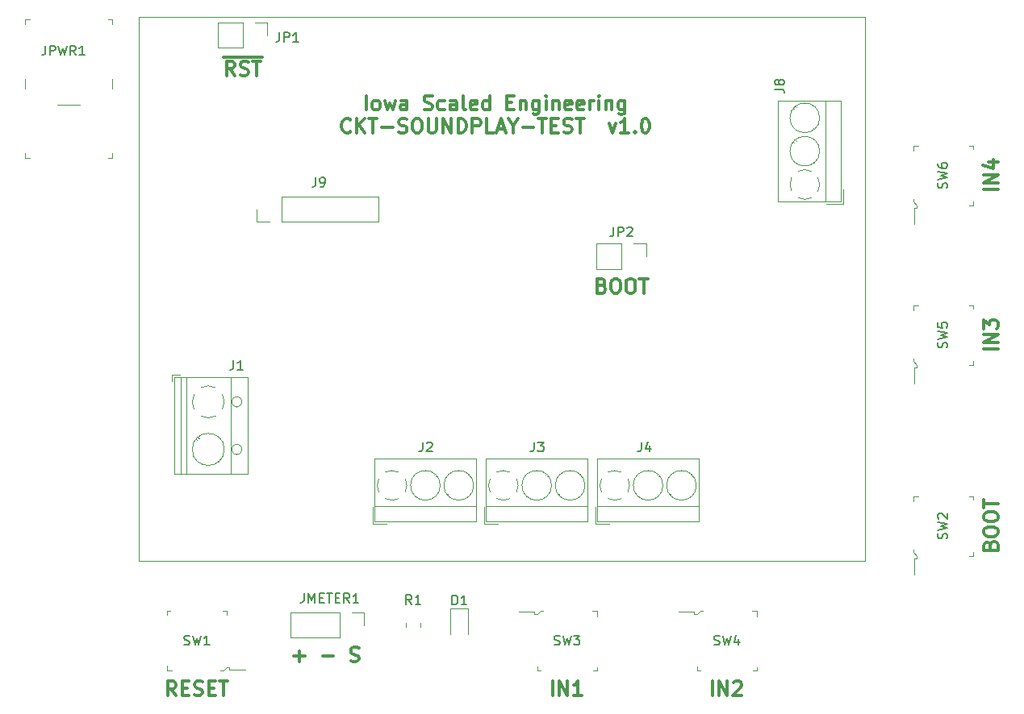
<source format=gto>
G04 #@! TF.GenerationSoftware,KiCad,Pcbnew,6.0.2+dfsg-1*
G04 #@! TF.CreationDate,2023-06-22T08:15:56-06:00*
G04 #@! TF.ProjectId,ckt-soundplay-test,636b742d-736f-4756-9e64-706c61792d74,rev?*
G04 #@! TF.SameCoordinates,Original*
G04 #@! TF.FileFunction,Legend,Top*
G04 #@! TF.FilePolarity,Positive*
%FSLAX46Y46*%
G04 Gerber Fmt 4.6, Leading zero omitted, Abs format (unit mm)*
G04 Created by KiCad (PCBNEW 6.0.2+dfsg-1) date 2023-06-22 08:15:56*
%MOMM*%
%LPD*%
G01*
G04 APERTURE LIST*
%ADD10C,0.100000*%
%ADD11C,0.300000*%
%ADD12C,0.150000*%
%ADD13C,0.120000*%
G04 APERTURE END LIST*
D10*
X101600000Y-44450000D02*
X177800000Y-44450000D01*
X177800000Y-44450000D02*
X177800000Y-101600000D01*
X177800000Y-101600000D02*
X101600000Y-101600000D01*
X101600000Y-101600000D02*
X101600000Y-44450000D01*
D11*
X150237285Y-72663857D02*
X150451571Y-72735285D01*
X150523000Y-72806714D01*
X150594428Y-72949571D01*
X150594428Y-73163857D01*
X150523000Y-73306714D01*
X150451571Y-73378142D01*
X150308714Y-73449571D01*
X149737285Y-73449571D01*
X149737285Y-71949571D01*
X150237285Y-71949571D01*
X150380142Y-72021000D01*
X150451571Y-72092428D01*
X150523000Y-72235285D01*
X150523000Y-72378142D01*
X150451571Y-72521000D01*
X150380142Y-72592428D01*
X150237285Y-72663857D01*
X149737285Y-72663857D01*
X151523000Y-71949571D02*
X151808714Y-71949571D01*
X151951571Y-72021000D01*
X152094428Y-72163857D01*
X152165857Y-72449571D01*
X152165857Y-72949571D01*
X152094428Y-73235285D01*
X151951571Y-73378142D01*
X151808714Y-73449571D01*
X151523000Y-73449571D01*
X151380142Y-73378142D01*
X151237285Y-73235285D01*
X151165857Y-72949571D01*
X151165857Y-72449571D01*
X151237285Y-72163857D01*
X151380142Y-72021000D01*
X151523000Y-71949571D01*
X153094428Y-71949571D02*
X153380142Y-71949571D01*
X153523000Y-72021000D01*
X153665857Y-72163857D01*
X153737285Y-72449571D01*
X153737285Y-72949571D01*
X153665857Y-73235285D01*
X153523000Y-73378142D01*
X153380142Y-73449571D01*
X153094428Y-73449571D01*
X152951571Y-73378142D01*
X152808714Y-73235285D01*
X152737285Y-72949571D01*
X152737285Y-72449571D01*
X152808714Y-72163857D01*
X152951571Y-72021000D01*
X153094428Y-71949571D01*
X154165857Y-71949571D02*
X155023000Y-71949571D01*
X154594428Y-73449571D02*
X154594428Y-71949571D01*
X145058000Y-115740571D02*
X145058000Y-114240571D01*
X145772285Y-115740571D02*
X145772285Y-114240571D01*
X146629428Y-115740571D01*
X146629428Y-114240571D01*
X148129428Y-115740571D02*
X147272285Y-115740571D01*
X147700857Y-115740571D02*
X147700857Y-114240571D01*
X147558000Y-114454857D01*
X147415142Y-114597714D01*
X147272285Y-114669142D01*
X191777571Y-62587000D02*
X190277571Y-62587000D01*
X191777571Y-61872714D02*
X190277571Y-61872714D01*
X191777571Y-61015571D01*
X190277571Y-61015571D01*
X190777571Y-59658428D02*
X191777571Y-59658428D01*
X190206142Y-60015571D02*
X191277571Y-60372714D01*
X191277571Y-59444142D01*
X125493571Y-54208071D02*
X125493571Y-52708071D01*
X126422142Y-54208071D02*
X126279285Y-54136642D01*
X126207857Y-54065214D01*
X126136428Y-53922357D01*
X126136428Y-53493785D01*
X126207857Y-53350928D01*
X126279285Y-53279500D01*
X126422142Y-53208071D01*
X126636428Y-53208071D01*
X126779285Y-53279500D01*
X126850714Y-53350928D01*
X126922142Y-53493785D01*
X126922142Y-53922357D01*
X126850714Y-54065214D01*
X126779285Y-54136642D01*
X126636428Y-54208071D01*
X126422142Y-54208071D01*
X127422142Y-53208071D02*
X127707857Y-54208071D01*
X127993571Y-53493785D01*
X128279285Y-54208071D01*
X128565000Y-53208071D01*
X129779285Y-54208071D02*
X129779285Y-53422357D01*
X129707857Y-53279500D01*
X129565000Y-53208071D01*
X129279285Y-53208071D01*
X129136428Y-53279500D01*
X129779285Y-54136642D02*
X129636428Y-54208071D01*
X129279285Y-54208071D01*
X129136428Y-54136642D01*
X129065000Y-53993785D01*
X129065000Y-53850928D01*
X129136428Y-53708071D01*
X129279285Y-53636642D01*
X129636428Y-53636642D01*
X129779285Y-53565214D01*
X131565000Y-54136642D02*
X131779285Y-54208071D01*
X132136428Y-54208071D01*
X132279285Y-54136642D01*
X132350714Y-54065214D01*
X132422142Y-53922357D01*
X132422142Y-53779500D01*
X132350714Y-53636642D01*
X132279285Y-53565214D01*
X132136428Y-53493785D01*
X131850714Y-53422357D01*
X131707857Y-53350928D01*
X131636428Y-53279500D01*
X131565000Y-53136642D01*
X131565000Y-52993785D01*
X131636428Y-52850928D01*
X131707857Y-52779500D01*
X131850714Y-52708071D01*
X132207857Y-52708071D01*
X132422142Y-52779500D01*
X133707857Y-54136642D02*
X133565000Y-54208071D01*
X133279285Y-54208071D01*
X133136428Y-54136642D01*
X133065000Y-54065214D01*
X132993571Y-53922357D01*
X132993571Y-53493785D01*
X133065000Y-53350928D01*
X133136428Y-53279500D01*
X133279285Y-53208071D01*
X133565000Y-53208071D01*
X133707857Y-53279500D01*
X134993571Y-54208071D02*
X134993571Y-53422357D01*
X134922142Y-53279500D01*
X134779285Y-53208071D01*
X134493571Y-53208071D01*
X134350714Y-53279500D01*
X134993571Y-54136642D02*
X134850714Y-54208071D01*
X134493571Y-54208071D01*
X134350714Y-54136642D01*
X134279285Y-53993785D01*
X134279285Y-53850928D01*
X134350714Y-53708071D01*
X134493571Y-53636642D01*
X134850714Y-53636642D01*
X134993571Y-53565214D01*
X135922142Y-54208071D02*
X135779285Y-54136642D01*
X135707857Y-53993785D01*
X135707857Y-52708071D01*
X137065000Y-54136642D02*
X136922142Y-54208071D01*
X136636428Y-54208071D01*
X136493571Y-54136642D01*
X136422142Y-53993785D01*
X136422142Y-53422357D01*
X136493571Y-53279500D01*
X136636428Y-53208071D01*
X136922142Y-53208071D01*
X137065000Y-53279500D01*
X137136428Y-53422357D01*
X137136428Y-53565214D01*
X136422142Y-53708071D01*
X138422142Y-54208071D02*
X138422142Y-52708071D01*
X138422142Y-54136642D02*
X138279285Y-54208071D01*
X137993571Y-54208071D01*
X137850714Y-54136642D01*
X137779285Y-54065214D01*
X137707857Y-53922357D01*
X137707857Y-53493785D01*
X137779285Y-53350928D01*
X137850714Y-53279500D01*
X137993571Y-53208071D01*
X138279285Y-53208071D01*
X138422142Y-53279500D01*
X140279285Y-53422357D02*
X140779285Y-53422357D01*
X140993571Y-54208071D02*
X140279285Y-54208071D01*
X140279285Y-52708071D01*
X140993571Y-52708071D01*
X141636428Y-53208071D02*
X141636428Y-54208071D01*
X141636428Y-53350928D02*
X141707857Y-53279500D01*
X141850714Y-53208071D01*
X142065000Y-53208071D01*
X142207857Y-53279500D01*
X142279285Y-53422357D01*
X142279285Y-54208071D01*
X143636428Y-53208071D02*
X143636428Y-54422357D01*
X143565000Y-54565214D01*
X143493571Y-54636642D01*
X143350714Y-54708071D01*
X143136428Y-54708071D01*
X142993571Y-54636642D01*
X143636428Y-54136642D02*
X143493571Y-54208071D01*
X143207857Y-54208071D01*
X143065000Y-54136642D01*
X142993571Y-54065214D01*
X142922142Y-53922357D01*
X142922142Y-53493785D01*
X142993571Y-53350928D01*
X143065000Y-53279500D01*
X143207857Y-53208071D01*
X143493571Y-53208071D01*
X143636428Y-53279500D01*
X144350714Y-54208071D02*
X144350714Y-53208071D01*
X144350714Y-52708071D02*
X144279285Y-52779500D01*
X144350714Y-52850928D01*
X144422142Y-52779500D01*
X144350714Y-52708071D01*
X144350714Y-52850928D01*
X145065000Y-53208071D02*
X145065000Y-54208071D01*
X145065000Y-53350928D02*
X145136428Y-53279500D01*
X145279285Y-53208071D01*
X145493571Y-53208071D01*
X145636428Y-53279500D01*
X145707857Y-53422357D01*
X145707857Y-54208071D01*
X146993571Y-54136642D02*
X146850714Y-54208071D01*
X146565000Y-54208071D01*
X146422142Y-54136642D01*
X146350714Y-53993785D01*
X146350714Y-53422357D01*
X146422142Y-53279500D01*
X146565000Y-53208071D01*
X146850714Y-53208071D01*
X146993571Y-53279500D01*
X147065000Y-53422357D01*
X147065000Y-53565214D01*
X146350714Y-53708071D01*
X148279285Y-54136642D02*
X148136428Y-54208071D01*
X147850714Y-54208071D01*
X147707857Y-54136642D01*
X147636428Y-53993785D01*
X147636428Y-53422357D01*
X147707857Y-53279500D01*
X147850714Y-53208071D01*
X148136428Y-53208071D01*
X148279285Y-53279500D01*
X148350714Y-53422357D01*
X148350714Y-53565214D01*
X147636428Y-53708071D01*
X148993571Y-54208071D02*
X148993571Y-53208071D01*
X148993571Y-53493785D02*
X149065000Y-53350928D01*
X149136428Y-53279500D01*
X149279285Y-53208071D01*
X149422142Y-53208071D01*
X149922142Y-54208071D02*
X149922142Y-53208071D01*
X149922142Y-52708071D02*
X149850714Y-52779500D01*
X149922142Y-52850928D01*
X149993571Y-52779500D01*
X149922142Y-52708071D01*
X149922142Y-52850928D01*
X150636428Y-53208071D02*
X150636428Y-54208071D01*
X150636428Y-53350928D02*
X150707857Y-53279500D01*
X150850714Y-53208071D01*
X151065000Y-53208071D01*
X151207857Y-53279500D01*
X151279285Y-53422357D01*
X151279285Y-54208071D01*
X152636428Y-53208071D02*
X152636428Y-54422357D01*
X152565000Y-54565214D01*
X152493571Y-54636642D01*
X152350714Y-54708071D01*
X152136428Y-54708071D01*
X151993571Y-54636642D01*
X152636428Y-54136642D02*
X152493571Y-54208071D01*
X152207857Y-54208071D01*
X152065000Y-54136642D01*
X151993571Y-54065214D01*
X151922142Y-53922357D01*
X151922142Y-53493785D01*
X151993571Y-53350928D01*
X152065000Y-53279500D01*
X152207857Y-53208071D01*
X152493571Y-53208071D01*
X152636428Y-53279500D01*
X123850714Y-56480214D02*
X123779285Y-56551642D01*
X123565000Y-56623071D01*
X123422142Y-56623071D01*
X123207857Y-56551642D01*
X123065000Y-56408785D01*
X122993571Y-56265928D01*
X122922142Y-55980214D01*
X122922142Y-55765928D01*
X122993571Y-55480214D01*
X123065000Y-55337357D01*
X123207857Y-55194500D01*
X123422142Y-55123071D01*
X123565000Y-55123071D01*
X123779285Y-55194500D01*
X123850714Y-55265928D01*
X124493571Y-56623071D02*
X124493571Y-55123071D01*
X125350714Y-56623071D02*
X124707857Y-55765928D01*
X125350714Y-55123071D02*
X124493571Y-55980214D01*
X125779285Y-55123071D02*
X126636428Y-55123071D01*
X126207857Y-56623071D02*
X126207857Y-55123071D01*
X127136428Y-56051642D02*
X128279285Y-56051642D01*
X128922142Y-56551642D02*
X129136428Y-56623071D01*
X129493571Y-56623071D01*
X129636428Y-56551642D01*
X129707857Y-56480214D01*
X129779285Y-56337357D01*
X129779285Y-56194500D01*
X129707857Y-56051642D01*
X129636428Y-55980214D01*
X129493571Y-55908785D01*
X129207857Y-55837357D01*
X129065000Y-55765928D01*
X128993571Y-55694500D01*
X128922142Y-55551642D01*
X128922142Y-55408785D01*
X128993571Y-55265928D01*
X129065000Y-55194500D01*
X129207857Y-55123071D01*
X129565000Y-55123071D01*
X129779285Y-55194500D01*
X130707857Y-55123071D02*
X130993571Y-55123071D01*
X131136428Y-55194500D01*
X131279285Y-55337357D01*
X131350714Y-55623071D01*
X131350714Y-56123071D01*
X131279285Y-56408785D01*
X131136428Y-56551642D01*
X130993571Y-56623071D01*
X130707857Y-56623071D01*
X130565000Y-56551642D01*
X130422142Y-56408785D01*
X130350714Y-56123071D01*
X130350714Y-55623071D01*
X130422142Y-55337357D01*
X130565000Y-55194500D01*
X130707857Y-55123071D01*
X131993571Y-55123071D02*
X131993571Y-56337357D01*
X132065000Y-56480214D01*
X132136428Y-56551642D01*
X132279285Y-56623071D01*
X132565000Y-56623071D01*
X132707857Y-56551642D01*
X132779285Y-56480214D01*
X132850714Y-56337357D01*
X132850714Y-55123071D01*
X133565000Y-56623071D02*
X133565000Y-55123071D01*
X134422142Y-56623071D01*
X134422142Y-55123071D01*
X135136428Y-56623071D02*
X135136428Y-55123071D01*
X135493571Y-55123071D01*
X135707857Y-55194500D01*
X135850714Y-55337357D01*
X135922142Y-55480214D01*
X135993571Y-55765928D01*
X135993571Y-55980214D01*
X135922142Y-56265928D01*
X135850714Y-56408785D01*
X135707857Y-56551642D01*
X135493571Y-56623071D01*
X135136428Y-56623071D01*
X136636428Y-56623071D02*
X136636428Y-55123071D01*
X137207857Y-55123071D01*
X137350714Y-55194500D01*
X137422142Y-55265928D01*
X137493571Y-55408785D01*
X137493571Y-55623071D01*
X137422142Y-55765928D01*
X137350714Y-55837357D01*
X137207857Y-55908785D01*
X136636428Y-55908785D01*
X138850714Y-56623071D02*
X138136428Y-56623071D01*
X138136428Y-55123071D01*
X139279285Y-56194500D02*
X139993571Y-56194500D01*
X139136428Y-56623071D02*
X139636428Y-55123071D01*
X140136428Y-56623071D01*
X140922142Y-55908785D02*
X140922142Y-56623071D01*
X140422142Y-55123071D02*
X140922142Y-55908785D01*
X141422142Y-55123071D01*
X141922142Y-56051642D02*
X143065000Y-56051642D01*
X143565000Y-55123071D02*
X144422142Y-55123071D01*
X143993571Y-56623071D02*
X143993571Y-55123071D01*
X144922142Y-55837357D02*
X145422142Y-55837357D01*
X145636428Y-56623071D02*
X144922142Y-56623071D01*
X144922142Y-55123071D01*
X145636428Y-55123071D01*
X146207857Y-56551642D02*
X146422142Y-56623071D01*
X146779285Y-56623071D01*
X146922142Y-56551642D01*
X146993571Y-56480214D01*
X147065000Y-56337357D01*
X147065000Y-56194500D01*
X146993571Y-56051642D01*
X146922142Y-55980214D01*
X146779285Y-55908785D01*
X146493571Y-55837357D01*
X146350714Y-55765928D01*
X146279285Y-55694500D01*
X146207857Y-55551642D01*
X146207857Y-55408785D01*
X146279285Y-55265928D01*
X146350714Y-55194500D01*
X146493571Y-55123071D01*
X146850714Y-55123071D01*
X147065000Y-55194500D01*
X147493571Y-55123071D02*
X148350714Y-55123071D01*
X147922142Y-56623071D02*
X147922142Y-55123071D01*
X150993571Y-55623071D02*
X151350714Y-56623071D01*
X151707857Y-55623071D01*
X153065000Y-56623071D02*
X152207857Y-56623071D01*
X152636428Y-56623071D02*
X152636428Y-55123071D01*
X152493571Y-55337357D01*
X152350714Y-55480214D01*
X152207857Y-55551642D01*
X153707857Y-56480214D02*
X153779285Y-56551642D01*
X153707857Y-56623071D01*
X153636428Y-56551642D01*
X153707857Y-56480214D01*
X153707857Y-56623071D01*
X154707857Y-55123071D02*
X154850714Y-55123071D01*
X154993571Y-55194500D01*
X155065000Y-55265928D01*
X155136428Y-55408785D01*
X155207857Y-55694500D01*
X155207857Y-56051642D01*
X155136428Y-56337357D01*
X155065000Y-56480214D01*
X154993571Y-56551642D01*
X154850714Y-56623071D01*
X154707857Y-56623071D01*
X154565000Y-56551642D01*
X154493571Y-56480214D01*
X154422142Y-56337357D01*
X154350714Y-56051642D01*
X154350714Y-55694500D01*
X154422142Y-55408785D01*
X154493571Y-55265928D01*
X154565000Y-55194500D01*
X154707857Y-55123071D01*
X117927857Y-111613142D02*
X119070714Y-111613142D01*
X118499285Y-112184571D02*
X118499285Y-111041714D01*
X120927857Y-111613142D02*
X122070714Y-111613142D01*
X123856428Y-112113142D02*
X124070714Y-112184571D01*
X124427857Y-112184571D01*
X124570714Y-112113142D01*
X124642142Y-112041714D01*
X124713571Y-111898857D01*
X124713571Y-111756000D01*
X124642142Y-111613142D01*
X124570714Y-111541714D01*
X124427857Y-111470285D01*
X124142142Y-111398857D01*
X123999285Y-111327428D01*
X123927857Y-111256000D01*
X123856428Y-111113142D01*
X123856428Y-110970285D01*
X123927857Y-110827428D01*
X123999285Y-110756000D01*
X124142142Y-110684571D01*
X124499285Y-110684571D01*
X124713571Y-110756000D01*
X190991857Y-99952714D02*
X191063285Y-99738428D01*
X191134714Y-99667000D01*
X191277571Y-99595571D01*
X191491857Y-99595571D01*
X191634714Y-99667000D01*
X191706142Y-99738428D01*
X191777571Y-99881285D01*
X191777571Y-100452714D01*
X190277571Y-100452714D01*
X190277571Y-99952714D01*
X190349000Y-99809857D01*
X190420428Y-99738428D01*
X190563285Y-99667000D01*
X190706142Y-99667000D01*
X190849000Y-99738428D01*
X190920428Y-99809857D01*
X190991857Y-99952714D01*
X190991857Y-100452714D01*
X190277571Y-98667000D02*
X190277571Y-98381285D01*
X190349000Y-98238428D01*
X190491857Y-98095571D01*
X190777571Y-98024142D01*
X191277571Y-98024142D01*
X191563285Y-98095571D01*
X191706142Y-98238428D01*
X191777571Y-98381285D01*
X191777571Y-98667000D01*
X191706142Y-98809857D01*
X191563285Y-98952714D01*
X191277571Y-99024142D01*
X190777571Y-99024142D01*
X190491857Y-98952714D01*
X190349000Y-98809857D01*
X190277571Y-98667000D01*
X190277571Y-97095571D02*
X190277571Y-96809857D01*
X190349000Y-96667000D01*
X190491857Y-96524142D01*
X190777571Y-96452714D01*
X191277571Y-96452714D01*
X191563285Y-96524142D01*
X191706142Y-96667000D01*
X191777571Y-96809857D01*
X191777571Y-97095571D01*
X191706142Y-97238428D01*
X191563285Y-97381285D01*
X191277571Y-97452714D01*
X190777571Y-97452714D01*
X190491857Y-97381285D01*
X190349000Y-97238428D01*
X190277571Y-97095571D01*
X190277571Y-96024142D02*
X190277571Y-95167000D01*
X191777571Y-95595571D02*
X190277571Y-95595571D01*
X105539428Y-115740571D02*
X105039428Y-115026285D01*
X104682285Y-115740571D02*
X104682285Y-114240571D01*
X105253714Y-114240571D01*
X105396571Y-114312000D01*
X105468000Y-114383428D01*
X105539428Y-114526285D01*
X105539428Y-114740571D01*
X105468000Y-114883428D01*
X105396571Y-114954857D01*
X105253714Y-115026285D01*
X104682285Y-115026285D01*
X106182285Y-114954857D02*
X106682285Y-114954857D01*
X106896571Y-115740571D02*
X106182285Y-115740571D01*
X106182285Y-114240571D01*
X106896571Y-114240571D01*
X107468000Y-115669142D02*
X107682285Y-115740571D01*
X108039428Y-115740571D01*
X108182285Y-115669142D01*
X108253714Y-115597714D01*
X108325142Y-115454857D01*
X108325142Y-115312000D01*
X108253714Y-115169142D01*
X108182285Y-115097714D01*
X108039428Y-115026285D01*
X107753714Y-114954857D01*
X107610857Y-114883428D01*
X107539428Y-114812000D01*
X107468000Y-114669142D01*
X107468000Y-114526285D01*
X107539428Y-114383428D01*
X107610857Y-114312000D01*
X107753714Y-114240571D01*
X108110857Y-114240571D01*
X108325142Y-114312000D01*
X108968000Y-114954857D02*
X109468000Y-114954857D01*
X109682285Y-115740571D02*
X108968000Y-115740571D01*
X108968000Y-114240571D01*
X109682285Y-114240571D01*
X110110857Y-114240571D02*
X110968000Y-114240571D01*
X110539428Y-115740571D02*
X110539428Y-114240571D01*
X161822000Y-115740571D02*
X161822000Y-114240571D01*
X162536285Y-115740571D02*
X162536285Y-114240571D01*
X163393428Y-115740571D01*
X163393428Y-114240571D01*
X164036285Y-114383428D02*
X164107714Y-114312000D01*
X164250571Y-114240571D01*
X164607714Y-114240571D01*
X164750571Y-114312000D01*
X164822000Y-114383428D01*
X164893428Y-114526285D01*
X164893428Y-114669142D01*
X164822000Y-114883428D01*
X163964857Y-115740571D01*
X164893428Y-115740571D01*
X110486285Y-48666000D02*
X111986285Y-48666000D01*
X111700571Y-50589571D02*
X111200571Y-49875285D01*
X110843428Y-50589571D02*
X110843428Y-49089571D01*
X111414857Y-49089571D01*
X111557714Y-49161000D01*
X111629142Y-49232428D01*
X111700571Y-49375285D01*
X111700571Y-49589571D01*
X111629142Y-49732428D01*
X111557714Y-49803857D01*
X111414857Y-49875285D01*
X110843428Y-49875285D01*
X111986285Y-48666000D02*
X113414857Y-48666000D01*
X112272000Y-50518142D02*
X112486285Y-50589571D01*
X112843428Y-50589571D01*
X112986285Y-50518142D01*
X113057714Y-50446714D01*
X113129142Y-50303857D01*
X113129142Y-50161000D01*
X113057714Y-50018142D01*
X112986285Y-49946714D01*
X112843428Y-49875285D01*
X112557714Y-49803857D01*
X112414857Y-49732428D01*
X112343428Y-49661000D01*
X112272000Y-49518142D01*
X112272000Y-49375285D01*
X112343428Y-49232428D01*
X112414857Y-49161000D01*
X112557714Y-49089571D01*
X112914857Y-49089571D01*
X113129142Y-49161000D01*
X113414857Y-48666000D02*
X114557714Y-48666000D01*
X113557714Y-49089571D02*
X114414857Y-49089571D01*
X113986285Y-50589571D02*
X113986285Y-49089571D01*
X191777571Y-79351000D02*
X190277571Y-79351000D01*
X191777571Y-78636714D02*
X190277571Y-78636714D01*
X191777571Y-77779571D01*
X190277571Y-77779571D01*
X190277571Y-77208142D02*
X190277571Y-76279571D01*
X190849000Y-76779571D01*
X190849000Y-76565285D01*
X190920428Y-76422428D01*
X190991857Y-76351000D01*
X191134714Y-76279571D01*
X191491857Y-76279571D01*
X191634714Y-76351000D01*
X191706142Y-76422428D01*
X191777571Y-76565285D01*
X191777571Y-76993857D01*
X191706142Y-77136714D01*
X191634714Y-77208142D01*
D12*
X111553666Y-80518380D02*
X111553666Y-81232666D01*
X111506047Y-81375523D01*
X111410809Y-81470761D01*
X111267952Y-81518380D01*
X111172714Y-81518380D01*
X112553666Y-81518380D02*
X111982238Y-81518380D01*
X112267952Y-81518380D02*
X112267952Y-80518380D01*
X112172714Y-80661238D01*
X112077476Y-80756476D01*
X111982238Y-80804095D01*
X186423761Y-99250333D02*
X186471380Y-99107476D01*
X186471380Y-98869380D01*
X186423761Y-98774142D01*
X186376142Y-98726523D01*
X186280904Y-98678904D01*
X186185666Y-98678904D01*
X186090428Y-98726523D01*
X186042809Y-98774142D01*
X185995190Y-98869380D01*
X185947571Y-99059857D01*
X185899952Y-99155095D01*
X185852333Y-99202714D01*
X185757095Y-99250333D01*
X185661857Y-99250333D01*
X185566619Y-99202714D01*
X185519000Y-99155095D01*
X185471380Y-99059857D01*
X185471380Y-98821761D01*
X185519000Y-98678904D01*
X185471380Y-98345571D02*
X186471380Y-98107476D01*
X185757095Y-97917000D01*
X186471380Y-97726523D01*
X185471380Y-97488428D01*
X185566619Y-97155095D02*
X185519000Y-97107476D01*
X185471380Y-97012238D01*
X185471380Y-96774142D01*
X185519000Y-96678904D01*
X185566619Y-96631285D01*
X185661857Y-96583666D01*
X185757095Y-96583666D01*
X185899952Y-96631285D01*
X186471380Y-97202714D01*
X186471380Y-96583666D01*
X145224666Y-110386761D02*
X145367523Y-110434380D01*
X145605619Y-110434380D01*
X145700857Y-110386761D01*
X145748476Y-110339142D01*
X145796095Y-110243904D01*
X145796095Y-110148666D01*
X145748476Y-110053428D01*
X145700857Y-110005809D01*
X145605619Y-109958190D01*
X145415142Y-109910571D01*
X145319904Y-109862952D01*
X145272285Y-109815333D01*
X145224666Y-109720095D01*
X145224666Y-109624857D01*
X145272285Y-109529619D01*
X145319904Y-109482000D01*
X145415142Y-109434380D01*
X145653238Y-109434380D01*
X145796095Y-109482000D01*
X146129428Y-109434380D02*
X146367523Y-110434380D01*
X146558000Y-109720095D01*
X146748476Y-110434380D01*
X146986571Y-109434380D01*
X147272285Y-109434380D02*
X147891333Y-109434380D01*
X147558000Y-109815333D01*
X147700857Y-109815333D01*
X147796095Y-109862952D01*
X147843714Y-109910571D01*
X147891333Y-110005809D01*
X147891333Y-110243904D01*
X147843714Y-110339142D01*
X147796095Y-110386761D01*
X147700857Y-110434380D01*
X147415142Y-110434380D01*
X147319904Y-110386761D01*
X147272285Y-110339142D01*
X131421666Y-89114380D02*
X131421666Y-89828666D01*
X131374047Y-89971523D01*
X131278809Y-90066761D01*
X131135952Y-90114380D01*
X131040714Y-90114380D01*
X131850238Y-89209619D02*
X131897857Y-89162000D01*
X131993095Y-89114380D01*
X132231190Y-89114380D01*
X132326428Y-89162000D01*
X132374047Y-89209619D01*
X132421666Y-89304857D01*
X132421666Y-89400095D01*
X132374047Y-89542952D01*
X131802619Y-90114380D01*
X132421666Y-90114380D01*
X161988666Y-110386761D02*
X162131523Y-110434380D01*
X162369619Y-110434380D01*
X162464857Y-110386761D01*
X162512476Y-110339142D01*
X162560095Y-110243904D01*
X162560095Y-110148666D01*
X162512476Y-110053428D01*
X162464857Y-110005809D01*
X162369619Y-109958190D01*
X162179142Y-109910571D01*
X162083904Y-109862952D01*
X162036285Y-109815333D01*
X161988666Y-109720095D01*
X161988666Y-109624857D01*
X162036285Y-109529619D01*
X162083904Y-109482000D01*
X162179142Y-109434380D01*
X162417238Y-109434380D01*
X162560095Y-109482000D01*
X162893428Y-109434380D02*
X163131523Y-110434380D01*
X163322000Y-109720095D01*
X163512476Y-110434380D01*
X163750571Y-109434380D01*
X164560095Y-109767714D02*
X164560095Y-110434380D01*
X164322000Y-109386761D02*
X164083904Y-110101047D01*
X164702952Y-110101047D01*
X134517654Y-106196380D02*
X134517654Y-105196380D01*
X134755750Y-105196380D01*
X134898607Y-105244000D01*
X134993845Y-105339238D01*
X135041464Y-105434476D01*
X135089083Y-105624952D01*
X135089083Y-105767809D01*
X135041464Y-105958285D01*
X134993845Y-106053523D01*
X134898607Y-106148761D01*
X134755750Y-106196380D01*
X134517654Y-106196380D01*
X136041464Y-106196380D02*
X135470035Y-106196380D01*
X135755750Y-106196380D02*
X135755750Y-105196380D01*
X135660511Y-105339238D01*
X135565273Y-105434476D01*
X135470035Y-105482095D01*
X118975523Y-104989380D02*
X118975523Y-105703666D01*
X118927904Y-105846523D01*
X118832666Y-105941761D01*
X118689809Y-105989380D01*
X118594571Y-105989380D01*
X119451714Y-105989380D02*
X119451714Y-104989380D01*
X119785047Y-105703666D01*
X120118380Y-104989380D01*
X120118380Y-105989380D01*
X120594571Y-105465571D02*
X120927904Y-105465571D01*
X121070761Y-105989380D02*
X120594571Y-105989380D01*
X120594571Y-104989380D01*
X121070761Y-104989380D01*
X121356476Y-104989380D02*
X121927904Y-104989380D01*
X121642190Y-105989380D02*
X121642190Y-104989380D01*
X122261238Y-105465571D02*
X122594571Y-105465571D01*
X122737428Y-105989380D02*
X122261238Y-105989380D01*
X122261238Y-104989380D01*
X122737428Y-104989380D01*
X123737428Y-105989380D02*
X123404095Y-105513190D01*
X123166000Y-105989380D02*
X123166000Y-104989380D01*
X123546952Y-104989380D01*
X123642190Y-105037000D01*
X123689809Y-105084619D01*
X123737428Y-105179857D01*
X123737428Y-105322714D01*
X123689809Y-105417952D01*
X123642190Y-105465571D01*
X123546952Y-105513190D01*
X123166000Y-105513190D01*
X124689809Y-105989380D02*
X124118380Y-105989380D01*
X124404095Y-105989380D02*
X124404095Y-104989380D01*
X124308857Y-105132238D01*
X124213619Y-105227476D01*
X124118380Y-105275095D01*
X143105666Y-89114380D02*
X143105666Y-89828666D01*
X143058047Y-89971523D01*
X142962809Y-90066761D01*
X142819952Y-90114380D01*
X142724714Y-90114380D01*
X143486619Y-89114380D02*
X144105666Y-89114380D01*
X143772333Y-89495333D01*
X143915190Y-89495333D01*
X144010428Y-89542952D01*
X144058047Y-89590571D01*
X144105666Y-89685809D01*
X144105666Y-89923904D01*
X144058047Y-90019142D01*
X144010428Y-90066761D01*
X143915190Y-90114380D01*
X143629476Y-90114380D01*
X143534238Y-90066761D01*
X143486619Y-90019142D01*
X168362380Y-52022333D02*
X169076666Y-52022333D01*
X169219523Y-52069952D01*
X169314761Y-52165190D01*
X169362380Y-52308047D01*
X169362380Y-52403285D01*
X168790952Y-51403285D02*
X168743333Y-51498523D01*
X168695714Y-51546142D01*
X168600476Y-51593761D01*
X168552857Y-51593761D01*
X168457619Y-51546142D01*
X168410000Y-51498523D01*
X168362380Y-51403285D01*
X168362380Y-51212809D01*
X168410000Y-51117571D01*
X168457619Y-51069952D01*
X168552857Y-51022333D01*
X168600476Y-51022333D01*
X168695714Y-51069952D01*
X168743333Y-51117571D01*
X168790952Y-51212809D01*
X168790952Y-51403285D01*
X168838571Y-51498523D01*
X168886190Y-51546142D01*
X168981428Y-51593761D01*
X169171904Y-51593761D01*
X169267142Y-51546142D01*
X169314761Y-51498523D01*
X169362380Y-51403285D01*
X169362380Y-51212809D01*
X169314761Y-51117571D01*
X169267142Y-51069952D01*
X169171904Y-51022333D01*
X168981428Y-51022333D01*
X168886190Y-51069952D01*
X168838571Y-51117571D01*
X168790952Y-51212809D01*
X186423761Y-79184333D02*
X186471380Y-79041476D01*
X186471380Y-78803380D01*
X186423761Y-78708142D01*
X186376142Y-78660523D01*
X186280904Y-78612904D01*
X186185666Y-78612904D01*
X186090428Y-78660523D01*
X186042809Y-78708142D01*
X185995190Y-78803380D01*
X185947571Y-78993857D01*
X185899952Y-79089095D01*
X185852333Y-79136714D01*
X185757095Y-79184333D01*
X185661857Y-79184333D01*
X185566619Y-79136714D01*
X185519000Y-79089095D01*
X185471380Y-78993857D01*
X185471380Y-78755761D01*
X185519000Y-78612904D01*
X185471380Y-78279571D02*
X186471380Y-78041476D01*
X185757095Y-77851000D01*
X186471380Y-77660523D01*
X185471380Y-77422428D01*
X185471380Y-76565285D02*
X185471380Y-77041476D01*
X185947571Y-77089095D01*
X185899952Y-77041476D01*
X185852333Y-76946238D01*
X185852333Y-76708142D01*
X185899952Y-76612904D01*
X185947571Y-76565285D01*
X186042809Y-76517666D01*
X186280904Y-76517666D01*
X186376142Y-76565285D01*
X186423761Y-76612904D01*
X186471380Y-76708142D01*
X186471380Y-76946238D01*
X186423761Y-77041476D01*
X186376142Y-77089095D01*
X116387666Y-46061380D02*
X116387666Y-46775666D01*
X116340047Y-46918523D01*
X116244809Y-47013761D01*
X116101952Y-47061380D01*
X116006714Y-47061380D01*
X116863857Y-47061380D02*
X116863857Y-46061380D01*
X117244809Y-46061380D01*
X117340047Y-46109000D01*
X117387666Y-46156619D01*
X117435285Y-46251857D01*
X117435285Y-46394714D01*
X117387666Y-46489952D01*
X117340047Y-46537571D01*
X117244809Y-46585190D01*
X116863857Y-46585190D01*
X118387666Y-47061380D02*
X117816238Y-47061380D01*
X118101952Y-47061380D02*
X118101952Y-46061380D01*
X118006714Y-46204238D01*
X117911476Y-46299476D01*
X117816238Y-46347095D01*
X151439666Y-66508380D02*
X151439666Y-67222666D01*
X151392047Y-67365523D01*
X151296809Y-67460761D01*
X151153952Y-67508380D01*
X151058714Y-67508380D01*
X151915857Y-67508380D02*
X151915857Y-66508380D01*
X152296809Y-66508380D01*
X152392047Y-66556000D01*
X152439666Y-66603619D01*
X152487285Y-66698857D01*
X152487285Y-66841714D01*
X152439666Y-66936952D01*
X152392047Y-66984571D01*
X152296809Y-67032190D01*
X151915857Y-67032190D01*
X152868238Y-66603619D02*
X152915857Y-66556000D01*
X153011095Y-66508380D01*
X153249190Y-66508380D01*
X153344428Y-66556000D01*
X153392047Y-66603619D01*
X153439666Y-66698857D01*
X153439666Y-66794095D01*
X153392047Y-66936952D01*
X152820619Y-67508380D01*
X153439666Y-67508380D01*
X130263083Y-106153880D02*
X129929750Y-105677690D01*
X129691654Y-106153880D02*
X129691654Y-105153880D01*
X130072607Y-105153880D01*
X130167845Y-105201500D01*
X130215464Y-105249119D01*
X130263083Y-105344357D01*
X130263083Y-105487214D01*
X130215464Y-105582452D01*
X130167845Y-105630071D01*
X130072607Y-105677690D01*
X129691654Y-105677690D01*
X131215464Y-106153880D02*
X130644035Y-106153880D01*
X130929750Y-106153880D02*
X130929750Y-105153880D01*
X130834511Y-105296738D01*
X130739273Y-105391976D01*
X130644035Y-105439595D01*
X91821238Y-47458380D02*
X91821238Y-48172666D01*
X91773619Y-48315523D01*
X91678380Y-48410761D01*
X91535523Y-48458380D01*
X91440285Y-48458380D01*
X92297428Y-48458380D02*
X92297428Y-47458380D01*
X92678380Y-47458380D01*
X92773619Y-47506000D01*
X92821238Y-47553619D01*
X92868857Y-47648857D01*
X92868857Y-47791714D01*
X92821238Y-47886952D01*
X92773619Y-47934571D01*
X92678380Y-47982190D01*
X92297428Y-47982190D01*
X93202190Y-47458380D02*
X93440285Y-48458380D01*
X93630761Y-47744095D01*
X93821238Y-48458380D01*
X94059333Y-47458380D01*
X95011714Y-48458380D02*
X94678380Y-47982190D01*
X94440285Y-48458380D02*
X94440285Y-47458380D01*
X94821238Y-47458380D01*
X94916476Y-47506000D01*
X94964095Y-47553619D01*
X95011714Y-47648857D01*
X95011714Y-47791714D01*
X94964095Y-47886952D01*
X94916476Y-47934571D01*
X94821238Y-47982190D01*
X94440285Y-47982190D01*
X95964095Y-48458380D02*
X95392666Y-48458380D01*
X95678380Y-48458380D02*
X95678380Y-47458380D01*
X95583142Y-47601238D01*
X95487904Y-47696476D01*
X95392666Y-47744095D01*
X186423761Y-62420333D02*
X186471380Y-62277476D01*
X186471380Y-62039380D01*
X186423761Y-61944142D01*
X186376142Y-61896523D01*
X186280904Y-61848904D01*
X186185666Y-61848904D01*
X186090428Y-61896523D01*
X186042809Y-61944142D01*
X185995190Y-62039380D01*
X185947571Y-62229857D01*
X185899952Y-62325095D01*
X185852333Y-62372714D01*
X185757095Y-62420333D01*
X185661857Y-62420333D01*
X185566619Y-62372714D01*
X185519000Y-62325095D01*
X185471380Y-62229857D01*
X185471380Y-61991761D01*
X185519000Y-61848904D01*
X185471380Y-61515571D02*
X186471380Y-61277476D01*
X185757095Y-61087000D01*
X186471380Y-60896523D01*
X185471380Y-60658428D01*
X185471380Y-59848904D02*
X185471380Y-60039380D01*
X185519000Y-60134619D01*
X185566619Y-60182238D01*
X185709476Y-60277476D01*
X185899952Y-60325095D01*
X186280904Y-60325095D01*
X186376142Y-60277476D01*
X186423761Y-60229857D01*
X186471380Y-60134619D01*
X186471380Y-59944142D01*
X186423761Y-59848904D01*
X186376142Y-59801285D01*
X186280904Y-59753666D01*
X186042809Y-59753666D01*
X185947571Y-59801285D01*
X185899952Y-59848904D01*
X185852333Y-59944142D01*
X185852333Y-60134619D01*
X185899952Y-60229857D01*
X185947571Y-60277476D01*
X186042809Y-60325095D01*
X106384666Y-110386761D02*
X106527523Y-110434380D01*
X106765619Y-110434380D01*
X106860857Y-110386761D01*
X106908476Y-110339142D01*
X106956095Y-110243904D01*
X106956095Y-110148666D01*
X106908476Y-110053428D01*
X106860857Y-110005809D01*
X106765619Y-109958190D01*
X106575142Y-109910571D01*
X106479904Y-109862952D01*
X106432285Y-109815333D01*
X106384666Y-109720095D01*
X106384666Y-109624857D01*
X106432285Y-109529619D01*
X106479904Y-109482000D01*
X106575142Y-109434380D01*
X106813238Y-109434380D01*
X106956095Y-109482000D01*
X107289428Y-109434380D02*
X107527523Y-110434380D01*
X107718000Y-109720095D01*
X107908476Y-110434380D01*
X108146571Y-109434380D01*
X109051333Y-110434380D02*
X108479904Y-110434380D01*
X108765619Y-110434380D02*
X108765619Y-109434380D01*
X108670380Y-109577238D01*
X108575142Y-109672476D01*
X108479904Y-109720095D01*
X154352666Y-89114380D02*
X154352666Y-89828666D01*
X154305047Y-89971523D01*
X154209809Y-90066761D01*
X154066952Y-90114380D01*
X153971714Y-90114380D01*
X155257428Y-89447714D02*
X155257428Y-90114380D01*
X155019333Y-89066761D02*
X154781238Y-89781047D01*
X155400285Y-89781047D01*
X120189666Y-61301380D02*
X120189666Y-62015666D01*
X120142047Y-62158523D01*
X120046809Y-62253761D01*
X119903952Y-62301380D01*
X119808714Y-62301380D01*
X120713476Y-62301380D02*
X120903952Y-62301380D01*
X120999190Y-62253761D01*
X121046809Y-62206142D01*
X121142047Y-62063285D01*
X121189666Y-61872809D01*
X121189666Y-61491857D01*
X121142047Y-61396619D01*
X121094428Y-61349000D01*
X120999190Y-61301380D01*
X120808714Y-61301380D01*
X120713476Y-61349000D01*
X120665857Y-61396619D01*
X120618238Y-61491857D01*
X120618238Y-61729952D01*
X120665857Y-61825190D01*
X120713476Y-61872809D01*
X120808714Y-61920428D01*
X120999190Y-61920428D01*
X121094428Y-61872809D01*
X121142047Y-61825190D01*
X121189666Y-61729952D01*
D13*
X109989000Y-91151000D02*
X109896000Y-91057000D01*
X111320000Y-82316000D02*
X111320000Y-92436000D01*
X107704000Y-88866000D02*
X107646000Y-88807000D01*
X113080000Y-82316000D02*
X105359000Y-82316000D01*
X113080000Y-92436000D02*
X105359000Y-92436000D01*
X106020000Y-82316000D02*
X106020000Y-92436000D01*
X105960000Y-82076000D02*
X105120000Y-82076000D01*
X107944000Y-88696000D02*
X107851000Y-88602000D01*
X105359000Y-82316000D02*
X105359000Y-92436000D01*
X113080000Y-82316000D02*
X113080000Y-92436000D01*
X106620000Y-82316000D02*
X106620000Y-92436000D01*
X110195000Y-90946000D02*
X110136000Y-90887000D01*
X105120000Y-82076000D02*
X105120000Y-82676000D01*
X110404000Y-85665000D02*
G75*
G03*
X110403953Y-84086911I-1483995J789000D01*
G01*
X109709000Y-83392000D02*
G75*
G03*
X108130911Y-83392047I-789000J-1483995D01*
G01*
X108131000Y-86360000D02*
G75*
G03*
X109709089Y-86359953I789000J1483995D01*
G01*
X107436000Y-84087000D02*
G75*
G03*
X107239550Y-84905383I1483995J-788998D01*
G01*
X107240000Y-84876000D02*
G75*
G03*
X107436648Y-85664712I1679991J-2D01*
G01*
X110600000Y-89876000D02*
G75*
G03*
X110600000Y-89876000I-1680000J0D01*
G01*
X112470000Y-89876000D02*
G75*
G03*
X112470000Y-89876000I-550000J0D01*
G01*
X112470000Y-84876000D02*
G75*
G03*
X112470000Y-84876000I-550000J0D01*
G01*
D10*
X189144000Y-100642000D02*
X189144000Y-101042000D01*
X182894000Y-100692000D02*
X182894000Y-100392000D01*
X183219000Y-101342000D02*
X182994000Y-101342000D01*
X182994000Y-101342000D02*
X182994000Y-102992000D01*
X188769000Y-94792000D02*
X189144000Y-94792000D01*
X182894000Y-100692000D02*
X183219000Y-101042000D01*
X182894000Y-94792000D02*
X182894000Y-95292000D01*
X183444000Y-94792000D02*
X182894000Y-94792000D01*
X183219000Y-101042000D02*
X183219000Y-101342000D01*
X189144000Y-94792000D02*
X189144000Y-95167000D01*
X189144000Y-101042000D02*
X188744000Y-101042000D01*
X149683000Y-112732000D02*
X149683000Y-113107000D01*
X143133000Y-107182000D02*
X143133000Y-106957000D01*
X143133000Y-106957000D02*
X141483000Y-106957000D01*
X143783000Y-106857000D02*
X144083000Y-106857000D01*
X149683000Y-107407000D02*
X149683000Y-106857000D01*
X143433000Y-113107000D02*
X143433000Y-112707000D01*
X143833000Y-113107000D02*
X143433000Y-113107000D01*
X143783000Y-106857000D02*
X143433000Y-107182000D01*
X149683000Y-113107000D02*
X149308000Y-113107000D01*
X143433000Y-107182000D02*
X143133000Y-107182000D01*
X149683000Y-106857000D02*
X149183000Y-106857000D01*
D13*
X126389000Y-95857000D02*
X137009000Y-95857000D01*
X137009000Y-90797000D02*
X137009000Y-97417000D01*
X136189000Y-92477000D02*
X136135000Y-92531000D01*
X126389000Y-90797000D02*
X137009000Y-90797000D01*
X126149000Y-95917000D02*
X126149000Y-97657000D01*
X134264000Y-94782000D02*
X134210000Y-94837000D01*
X126389000Y-97417000D02*
X137009000Y-97417000D01*
X134096000Y-94571000D02*
X134020000Y-94647000D01*
X130596000Y-94571000D02*
X130520000Y-94647000D01*
X136379000Y-92667000D02*
X136303000Y-92743000D01*
X130764000Y-94782000D02*
X130710000Y-94837000D01*
X132689000Y-92477000D02*
X132635000Y-92531000D01*
X126149000Y-97657000D02*
X127649000Y-97657000D01*
X126389000Y-90797000D02*
X126389000Y-97417000D01*
X132879000Y-92667000D02*
X132803000Y-92743000D01*
X129585000Y-94364000D02*
G75*
G03*
X129585645Y-92951267I-1386001J706999D01*
G01*
X127492000Y-95043000D02*
G75*
G03*
X128225444Y-95212682I706999J1385995D01*
G01*
X128199000Y-95212000D02*
G75*
G03*
X128904955Y-95042515I-2J1555008D01*
G01*
X128906000Y-92271000D02*
G75*
G03*
X127493267Y-92270355I-706999J-1386001D01*
G01*
X126813000Y-92950000D02*
G75*
G03*
X126812355Y-94362733I1386001J-706999D01*
G01*
X133254000Y-93657000D02*
G75*
G03*
X133254000Y-93657000I-1555000J0D01*
G01*
X136754000Y-93657000D02*
G75*
G03*
X136754000Y-93657000I-1555000J0D01*
G01*
D10*
X159897000Y-106957000D02*
X158247000Y-106957000D01*
X166447000Y-112732000D02*
X166447000Y-113107000D01*
X160597000Y-113107000D02*
X160197000Y-113107000D01*
X160197000Y-113107000D02*
X160197000Y-112707000D01*
X166447000Y-106857000D02*
X165947000Y-106857000D01*
X159897000Y-107182000D02*
X159897000Y-106957000D01*
X166447000Y-113107000D02*
X166072000Y-113107000D01*
X160197000Y-107182000D02*
X159897000Y-107182000D01*
X166447000Y-107407000D02*
X166447000Y-106857000D01*
X160547000Y-106857000D02*
X160847000Y-106857000D01*
X160547000Y-106857000D02*
X160197000Y-107182000D01*
D13*
X134295750Y-106599000D02*
X134295750Y-109284000D01*
X136215750Y-109284000D02*
X136215750Y-106599000D01*
X136215750Y-106599000D02*
X134295750Y-106599000D01*
X123952000Y-107001000D02*
X125282000Y-107001000D01*
X122682000Y-109661000D02*
X117542000Y-109661000D01*
X117542000Y-107001000D02*
X117542000Y-109661000D01*
X125282000Y-107001000D02*
X125282000Y-108331000D01*
X122682000Y-107001000D02*
X122682000Y-109661000D01*
X122682000Y-107001000D02*
X117542000Y-107001000D01*
X138073000Y-95857000D02*
X148693000Y-95857000D01*
X148063000Y-92667000D02*
X147987000Y-92743000D01*
X138073000Y-90797000D02*
X148693000Y-90797000D01*
X148693000Y-90797000D02*
X148693000Y-97417000D01*
X138073000Y-90797000D02*
X138073000Y-97417000D01*
X138073000Y-97417000D02*
X148693000Y-97417000D01*
X142448000Y-94782000D02*
X142394000Y-94837000D01*
X145780000Y-94571000D02*
X145704000Y-94647000D01*
X137833000Y-97657000D02*
X139333000Y-97657000D01*
X144373000Y-92477000D02*
X144319000Y-92531000D01*
X147873000Y-92477000D02*
X147819000Y-92531000D01*
X145948000Y-94782000D02*
X145894000Y-94837000D01*
X142280000Y-94571000D02*
X142204000Y-94647000D01*
X144563000Y-92667000D02*
X144487000Y-92743000D01*
X137833000Y-95917000D02*
X137833000Y-97657000D01*
X138497000Y-92950000D02*
G75*
G03*
X138496355Y-94362733I1386001J-706999D01*
G01*
X139176000Y-95043000D02*
G75*
G03*
X139909444Y-95212682I706999J1385995D01*
G01*
X139883000Y-95212000D02*
G75*
G03*
X140588955Y-95042515I-2J1555008D01*
G01*
X140590000Y-92271000D02*
G75*
G03*
X139177267Y-92270355I-706999J-1386001D01*
G01*
X141269000Y-94364000D02*
G75*
G03*
X141269645Y-92951267I-1386001J706999D01*
G01*
X148438000Y-93657000D02*
G75*
G03*
X148438000Y-93657000I-1555000J0D01*
G01*
X144938000Y-93657000D02*
G75*
G03*
X144938000Y-93657000I-1555000J0D01*
G01*
X172633000Y-55982000D02*
X172688000Y-56036000D01*
X168648000Y-53237000D02*
X175268000Y-53237000D01*
X172422000Y-59650000D02*
X172498000Y-59726000D01*
X173768000Y-64097000D02*
X175508000Y-64097000D01*
X168648000Y-63857000D02*
X175268000Y-63857000D01*
X170328000Y-54057000D02*
X170382000Y-54111000D01*
X172633000Y-59482000D02*
X172688000Y-59536000D01*
X175508000Y-64097000D02*
X175508000Y-62597000D01*
X170518000Y-53867000D02*
X170594000Y-53943000D01*
X172422000Y-56150000D02*
X172498000Y-56226000D01*
X173708000Y-63857000D02*
X173708000Y-53237000D01*
X175268000Y-63857000D02*
X175268000Y-53237000D01*
X170328000Y-57557000D02*
X170382000Y-57611000D01*
X168648000Y-63857000D02*
X168648000Y-53237000D01*
X170518000Y-57367000D02*
X170594000Y-57443000D01*
X172894000Y-62754000D02*
G75*
G03*
X173063682Y-62020556I-1385995J706999D01*
G01*
X172215000Y-60661000D02*
G75*
G03*
X170802267Y-60660355I-706999J-1386001D01*
G01*
X173063000Y-62047000D02*
G75*
G03*
X172893515Y-61341045I-1555008J-2D01*
G01*
X170122000Y-61340000D02*
G75*
G03*
X170121355Y-62752733I1386001J-706999D01*
G01*
X170801000Y-63433000D02*
G75*
G03*
X172213733Y-63433645I706999J1386001D01*
G01*
X173063000Y-55047000D02*
G75*
G03*
X173063000Y-55047000I-1555000J0D01*
G01*
X173063000Y-58547000D02*
G75*
G03*
X173063000Y-58547000I-1555000J0D01*
G01*
D10*
X189144000Y-74726000D02*
X189144000Y-75101000D01*
X183444000Y-74726000D02*
X182894000Y-74726000D01*
X189144000Y-80976000D02*
X188744000Y-80976000D01*
X188769000Y-74726000D02*
X189144000Y-74726000D01*
X183219000Y-81276000D02*
X182994000Y-81276000D01*
X183219000Y-80976000D02*
X183219000Y-81276000D01*
X182894000Y-80626000D02*
X183219000Y-80976000D01*
X182894000Y-80626000D02*
X182894000Y-80326000D01*
X189144000Y-80576000D02*
X189144000Y-80976000D01*
X182994000Y-81276000D02*
X182994000Y-82926000D01*
X182894000Y-74726000D02*
X182894000Y-75226000D01*
D13*
X112527000Y-45025000D02*
X109927000Y-45025000D01*
X109927000Y-45025000D02*
X109927000Y-47685000D01*
X113797000Y-45025000D02*
X115127000Y-45025000D01*
X112527000Y-47685000D02*
X109927000Y-47685000D01*
X112527000Y-45025000D02*
X112527000Y-47685000D01*
X115127000Y-45025000D02*
X115127000Y-46355000D01*
X152278000Y-68266000D02*
X149678000Y-68266000D01*
X154878000Y-68266000D02*
X154878000Y-69596000D01*
X153548000Y-68266000D02*
X154878000Y-68266000D01*
X152278000Y-68266000D02*
X152278000Y-70926000D01*
X152278000Y-70926000D02*
X149678000Y-70926000D01*
X149678000Y-68266000D02*
X149678000Y-70926000D01*
X131164750Y-108534564D02*
X131164750Y-108080436D01*
X129694750Y-108534564D02*
X129694750Y-108080436D01*
D10*
X89676000Y-59270000D02*
X89676000Y-58770000D01*
X89676000Y-59270000D02*
X90176000Y-59270000D01*
X98876000Y-44670000D02*
X98876000Y-45170000D01*
X89676000Y-44670000D02*
X89676000Y-45170000D01*
X89676000Y-44670000D02*
X90176000Y-44670000D01*
X98876000Y-59270000D02*
X98376000Y-59270000D01*
X89676000Y-51970000D02*
X89676000Y-50970000D01*
X98876000Y-44670000D02*
X98376000Y-44670000D01*
X93076000Y-53670000D02*
X95476000Y-53670000D01*
X98876000Y-59270000D02*
X98876000Y-58770000D01*
X98876000Y-51970000D02*
X98876000Y-50970000D01*
X183219000Y-64512000D02*
X182994000Y-64512000D01*
X188769000Y-57962000D02*
X189144000Y-57962000D01*
X182894000Y-57962000D02*
X182894000Y-58462000D01*
X183444000Y-57962000D02*
X182894000Y-57962000D01*
X183219000Y-64212000D02*
X183219000Y-64512000D01*
X182894000Y-63862000D02*
X183219000Y-64212000D01*
X189144000Y-64212000D02*
X188744000Y-64212000D01*
X189144000Y-63812000D02*
X189144000Y-64212000D01*
X182994000Y-64512000D02*
X182994000Y-66162000D01*
X182894000Y-63862000D02*
X182894000Y-63562000D01*
X189144000Y-57962000D02*
X189144000Y-58337000D01*
X104593000Y-107232000D02*
X104593000Y-106857000D01*
X104593000Y-106857000D02*
X104968000Y-106857000D01*
X110843000Y-112782000D02*
X111143000Y-112782000D01*
X110493000Y-113107000D02*
X110193000Y-113107000D01*
X104593000Y-113107000D02*
X105093000Y-113107000D01*
X104593000Y-112557000D02*
X104593000Y-113107000D01*
X110443000Y-106857000D02*
X110843000Y-106857000D01*
X111143000Y-113007000D02*
X112793000Y-113007000D01*
X111143000Y-112782000D02*
X111143000Y-113007000D01*
X110493000Y-113107000D02*
X110843000Y-112782000D01*
X110843000Y-106857000D02*
X110843000Y-107257000D01*
D13*
X156247000Y-92667000D02*
X156171000Y-92743000D01*
X149757000Y-95857000D02*
X160377000Y-95857000D01*
X160377000Y-90797000D02*
X160377000Y-97417000D01*
X149757000Y-97417000D02*
X160377000Y-97417000D01*
X149757000Y-90797000D02*
X160377000Y-90797000D01*
X159557000Y-92477000D02*
X159503000Y-92531000D01*
X156057000Y-92477000D02*
X156003000Y-92531000D01*
X159747000Y-92667000D02*
X159671000Y-92743000D01*
X149757000Y-90797000D02*
X149757000Y-97417000D01*
X149517000Y-95917000D02*
X149517000Y-97657000D01*
X154132000Y-94782000D02*
X154078000Y-94837000D01*
X157632000Y-94782000D02*
X157578000Y-94837000D01*
X149517000Y-97657000D02*
X151017000Y-97657000D01*
X157464000Y-94571000D02*
X157388000Y-94647000D01*
X153964000Y-94571000D02*
X153888000Y-94647000D01*
X150181000Y-92950000D02*
G75*
G03*
X150180355Y-94362733I1386001J-706999D01*
G01*
X151567000Y-95212000D02*
G75*
G03*
X152272955Y-95042515I-2J1555008D01*
G01*
X152953000Y-94364000D02*
G75*
G03*
X152953645Y-92951267I-1386001J706999D01*
G01*
X150860000Y-95043000D02*
G75*
G03*
X151593444Y-95212682I706999J1385995D01*
G01*
X152274000Y-92271000D02*
G75*
G03*
X150861267Y-92270355I-706999J-1386001D01*
G01*
X156622000Y-93657000D02*
G75*
G03*
X156622000Y-93657000I-1555000J0D01*
G01*
X160122000Y-93657000D02*
G75*
G03*
X160122000Y-93657000I-1555000J0D01*
G01*
X116586000Y-65973000D02*
X116586000Y-63313000D01*
X116586000Y-63313000D02*
X126806000Y-63313000D01*
X116586000Y-65973000D02*
X126806000Y-65973000D01*
X115316000Y-65973000D02*
X113986000Y-65973000D01*
X113986000Y-65973000D02*
X113986000Y-64643000D01*
X126806000Y-65973000D02*
X126806000Y-63313000D01*
M02*

</source>
